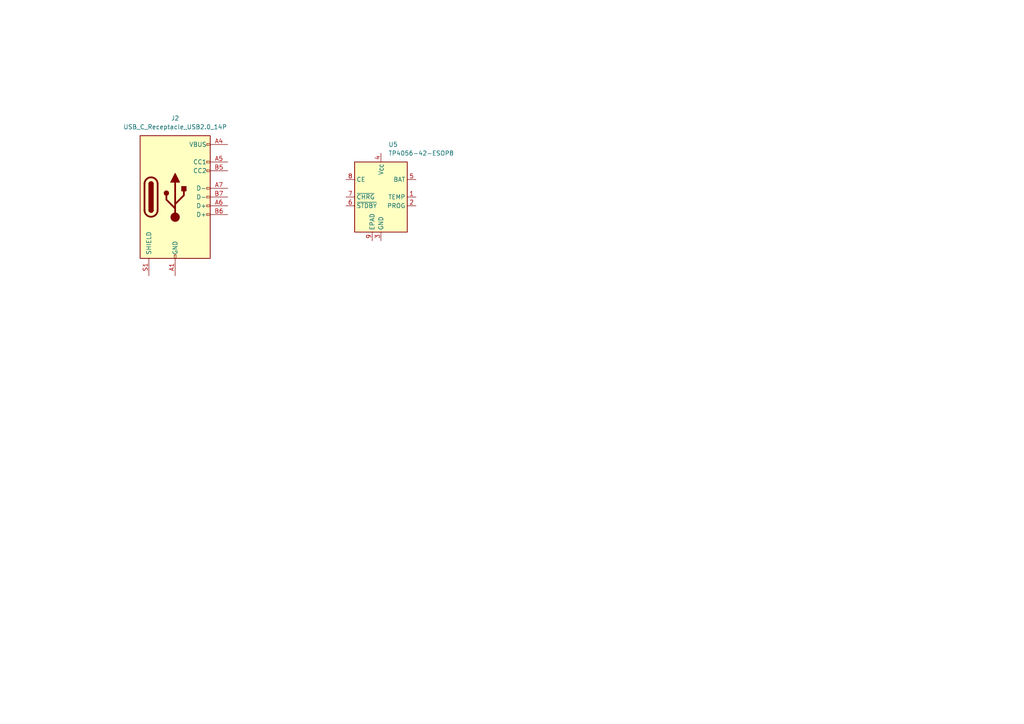
<source format=kicad_sch>
(kicad_sch
	(version 20250114)
	(generator "eeschema")
	(generator_version "9.0")
	(uuid "ca1f9249-c917-4764-aa1e-f5629ea1d684")
	(paper "A4")
	(lib_symbols
		(symbol "Battery_Management:TP4056-42-ESOP8"
			(exclude_from_sim no)
			(in_bom yes)
			(on_board yes)
			(property "Reference" "U"
				(at -6.604 11.684 0)
				(effects
					(font
						(size 1.27 1.27)
					)
				)
			)
			(property "Value" "TP4056-42-ESOP8"
				(at 10.16 11.684 0)
				(effects
					(font
						(size 1.27 1.27)
					)
				)
			)
			(property "Footprint" "Package_SO:SOIC-8-1EP_3.9x4.9mm_P1.27mm_EP2.41x3.3mm_ThermalVias"
				(at 0.508 -22.86 0)
				(effects
					(font
						(size 1.27 1.27)
					)
					(hide yes)
				)
			)
			(property "Datasheet" "https://www.lcsc.com/datasheet/lcsc_datasheet_2410121619_TOPPOWER-Nanjing-Extension-Microelectronics-TP4056-42-ESOP8_C16581.pdf"
				(at 0 -25.4 0)
				(effects
					(font
						(size 1.27 1.27)
					)
					(hide yes)
				)
			)
			(property "Description" "1A Standalone Linear Li-ion/LiPo single-cell battery charger, 4.2V ±1% charge voltage, VCC = 4.0..8.0V, SOIC-8 (SOP-8)"
				(at 0.508 -20.32 0)
				(effects
					(font
						(size 1.27 1.27)
					)
					(hide yes)
				)
			)
			(property "ki_keywords" "lithium-ion lithium-polymer Li-Poly"
				(at 0 0 0)
				(effects
					(font
						(size 1.27 1.27)
					)
					(hide yes)
				)
			)
			(property "ki_fp_filters" "*SO*3.9x4.*P1.27mm*EP2.4*x3.3*mm*"
				(at 0 0 0)
				(effects
					(font
						(size 1.27 1.27)
					)
					(hide yes)
				)
			)
			(symbol "TP4056-42-ESOP8_1_0"
				(pin input line
					(at -10.16 5.08 0)
					(length 2.54)
					(name "CE"
						(effects
							(font
								(size 1.27 1.27)
							)
						)
					)
					(number "8"
						(effects
							(font
								(size 1.27 1.27)
							)
						)
					)
				)
				(pin open_collector line
					(at -10.16 0 0)
					(length 2.54)
					(name "~{CHRG}"
						(effects
							(font
								(size 1.27 1.27)
							)
						)
					)
					(number "7"
						(effects
							(font
								(size 1.27 1.27)
							)
						)
					)
				)
				(pin open_collector line
					(at -10.16 -2.54 0)
					(length 2.54)
					(name "~{STDBY}"
						(effects
							(font
								(size 1.27 1.27)
							)
						)
					)
					(number "6"
						(effects
							(font
								(size 1.27 1.27)
							)
						)
					)
				)
				(pin passive line
					(at -2.54 -12.7 90)
					(length 2.54)
					(name "EPAD"
						(effects
							(font
								(size 1.27 1.27)
							)
						)
					)
					(number "9"
						(effects
							(font
								(size 1.27 1.27)
							)
						)
					)
				)
				(pin power_in line
					(at 0 12.7 270)
					(length 2.54)
					(name "V_{CC}"
						(effects
							(font
								(size 1.27 1.27)
							)
						)
					)
					(number "4"
						(effects
							(font
								(size 1.27 1.27)
							)
						)
					)
				)
				(pin power_in line
					(at 0 -12.7 90)
					(length 2.54)
					(name "GND"
						(effects
							(font
								(size 1.27 1.27)
							)
						)
					)
					(number "3"
						(effects
							(font
								(size 1.27 1.27)
							)
						)
					)
				)
				(pin power_out line
					(at 10.16 5.08 180)
					(length 2.54)
					(name "BAT"
						(effects
							(font
								(size 1.27 1.27)
							)
						)
					)
					(number "5"
						(effects
							(font
								(size 1.27 1.27)
							)
						)
					)
				)
				(pin input line
					(at 10.16 0 180)
					(length 2.54)
					(name "TEMP"
						(effects
							(font
								(size 1.27 1.27)
							)
						)
					)
					(number "1"
						(effects
							(font
								(size 1.27 1.27)
							)
						)
					)
				)
				(pin passive line
					(at 10.16 -2.54 180)
					(length 2.54)
					(name "PROG"
						(effects
							(font
								(size 1.27 1.27)
							)
						)
					)
					(number "2"
						(effects
							(font
								(size 1.27 1.27)
							)
						)
					)
				)
			)
			(symbol "TP4056-42-ESOP8_1_1"
				(rectangle
					(start -7.62 10.16)
					(end 7.62 -10.16)
					(stroke
						(width 0.254)
						(type default)
					)
					(fill
						(type background)
					)
				)
			)
			(embedded_fonts no)
		)
		(symbol "Connector:USB_C_Receptacle_USB2.0_14P"
			(pin_names
				(offset 1.016)
			)
			(exclude_from_sim no)
			(in_bom yes)
			(on_board yes)
			(property "Reference" "J"
				(at 0 22.225 0)
				(effects
					(font
						(size 1.27 1.27)
					)
				)
			)
			(property "Value" "USB_C_Receptacle_USB2.0_14P"
				(at 0 19.685 0)
				(effects
					(font
						(size 1.27 1.27)
					)
				)
			)
			(property "Footprint" ""
				(at 3.81 0 0)
				(effects
					(font
						(size 1.27 1.27)
					)
					(hide yes)
				)
			)
			(property "Datasheet" "https://www.usb.org/sites/default/files/documents/usb_type-c.zip"
				(at 3.81 0 0)
				(effects
					(font
						(size 1.27 1.27)
					)
					(hide yes)
				)
			)
			(property "Description" "USB 2.0-only 14P Type-C Receptacle connector"
				(at 0 0 0)
				(effects
					(font
						(size 1.27 1.27)
					)
					(hide yes)
				)
			)
			(property "ki_keywords" "usb universal serial bus type-C USB2.0"
				(at 0 0 0)
				(effects
					(font
						(size 1.27 1.27)
					)
					(hide yes)
				)
			)
			(property "ki_fp_filters" "USB*C*Receptacle*"
				(at 0 0 0)
				(effects
					(font
						(size 1.27 1.27)
					)
					(hide yes)
				)
			)
			(symbol "USB_C_Receptacle_USB2.0_14P_0_0"
				(rectangle
					(start -0.254 -17.78)
					(end 0.254 -16.764)
					(stroke
						(width 0)
						(type default)
					)
					(fill
						(type none)
					)
				)
				(rectangle
					(start 10.16 15.494)
					(end 9.144 14.986)
					(stroke
						(width 0)
						(type default)
					)
					(fill
						(type none)
					)
				)
				(rectangle
					(start 10.16 10.414)
					(end 9.144 9.906)
					(stroke
						(width 0)
						(type default)
					)
					(fill
						(type none)
					)
				)
				(rectangle
					(start 10.16 7.874)
					(end 9.144 7.366)
					(stroke
						(width 0)
						(type default)
					)
					(fill
						(type none)
					)
				)
				(rectangle
					(start 10.16 2.794)
					(end 9.144 2.286)
					(stroke
						(width 0)
						(type default)
					)
					(fill
						(type none)
					)
				)
				(rectangle
					(start 10.16 0.254)
					(end 9.144 -0.254)
					(stroke
						(width 0)
						(type default)
					)
					(fill
						(type none)
					)
				)
				(rectangle
					(start 10.16 -2.286)
					(end 9.144 -2.794)
					(stroke
						(width 0)
						(type default)
					)
					(fill
						(type none)
					)
				)
				(rectangle
					(start 10.16 -4.826)
					(end 9.144 -5.334)
					(stroke
						(width 0)
						(type default)
					)
					(fill
						(type none)
					)
				)
			)
			(symbol "USB_C_Receptacle_USB2.0_14P_0_1"
				(rectangle
					(start -10.16 17.78)
					(end 10.16 -17.78)
					(stroke
						(width 0.254)
						(type default)
					)
					(fill
						(type background)
					)
				)
				(polyline
					(pts
						(xy -8.89 -3.81) (xy -8.89 3.81)
					)
					(stroke
						(width 0.508)
						(type default)
					)
					(fill
						(type none)
					)
				)
				(rectangle
					(start -7.62 -3.81)
					(end -6.35 3.81)
					(stroke
						(width 0.254)
						(type default)
					)
					(fill
						(type outline)
					)
				)
				(arc
					(start -7.62 3.81)
					(mid -6.985 4.4423)
					(end -6.35 3.81)
					(stroke
						(width 0.254)
						(type default)
					)
					(fill
						(type none)
					)
				)
				(arc
					(start -7.62 3.81)
					(mid -6.985 4.4423)
					(end -6.35 3.81)
					(stroke
						(width 0.254)
						(type default)
					)
					(fill
						(type outline)
					)
				)
				(arc
					(start -8.89 3.81)
					(mid -6.985 5.7067)
					(end -5.08 3.81)
					(stroke
						(width 0.508)
						(type default)
					)
					(fill
						(type none)
					)
				)
				(arc
					(start -5.08 -3.81)
					(mid -6.985 -5.7067)
					(end -8.89 -3.81)
					(stroke
						(width 0.508)
						(type default)
					)
					(fill
						(type none)
					)
				)
				(arc
					(start -6.35 -3.81)
					(mid -6.985 -4.4423)
					(end -7.62 -3.81)
					(stroke
						(width 0.254)
						(type default)
					)
					(fill
						(type none)
					)
				)
				(arc
					(start -6.35 -3.81)
					(mid -6.985 -4.4423)
					(end -7.62 -3.81)
					(stroke
						(width 0.254)
						(type default)
					)
					(fill
						(type outline)
					)
				)
				(polyline
					(pts
						(xy -5.08 3.81) (xy -5.08 -3.81)
					)
					(stroke
						(width 0.508)
						(type default)
					)
					(fill
						(type none)
					)
				)
				(circle
					(center -2.54 1.143)
					(radius 0.635)
					(stroke
						(width 0.254)
						(type default)
					)
					(fill
						(type outline)
					)
				)
				(polyline
					(pts
						(xy -1.27 4.318) (xy 0 6.858) (xy 1.27 4.318) (xy -1.27 4.318)
					)
					(stroke
						(width 0.254)
						(type default)
					)
					(fill
						(type outline)
					)
				)
				(polyline
					(pts
						(xy 0 -2.032) (xy 2.54 0.508) (xy 2.54 1.778)
					)
					(stroke
						(width 0.508)
						(type default)
					)
					(fill
						(type none)
					)
				)
				(polyline
					(pts
						(xy 0 -3.302) (xy -2.54 -0.762) (xy -2.54 0.508)
					)
					(stroke
						(width 0.508)
						(type default)
					)
					(fill
						(type none)
					)
				)
				(polyline
					(pts
						(xy 0 -5.842) (xy 0 4.318)
					)
					(stroke
						(width 0.508)
						(type default)
					)
					(fill
						(type none)
					)
				)
				(circle
					(center 0 -5.842)
					(radius 1.27)
					(stroke
						(width 0)
						(type default)
					)
					(fill
						(type outline)
					)
				)
				(rectangle
					(start 1.905 1.778)
					(end 3.175 3.048)
					(stroke
						(width 0.254)
						(type default)
					)
					(fill
						(type outline)
					)
				)
			)
			(symbol "USB_C_Receptacle_USB2.0_14P_1_1"
				(pin passive line
					(at -7.62 -22.86 90)
					(length 5.08)
					(name "SHIELD"
						(effects
							(font
								(size 1.27 1.27)
							)
						)
					)
					(number "S1"
						(effects
							(font
								(size 1.27 1.27)
							)
						)
					)
				)
				(pin passive line
					(at 0 -22.86 90)
					(length 5.08)
					(name "GND"
						(effects
							(font
								(size 1.27 1.27)
							)
						)
					)
					(number "A1"
						(effects
							(font
								(size 1.27 1.27)
							)
						)
					)
				)
				(pin passive line
					(at 0 -22.86 90)
					(length 5.08)
					(hide yes)
					(name "GND"
						(effects
							(font
								(size 1.27 1.27)
							)
						)
					)
					(number "A12"
						(effects
							(font
								(size 1.27 1.27)
							)
						)
					)
				)
				(pin passive line
					(at 0 -22.86 90)
					(length 5.08)
					(hide yes)
					(name "GND"
						(effects
							(font
								(size 1.27 1.27)
							)
						)
					)
					(number "B1"
						(effects
							(font
								(size 1.27 1.27)
							)
						)
					)
				)
				(pin passive line
					(at 0 -22.86 90)
					(length 5.08)
					(hide yes)
					(name "GND"
						(effects
							(font
								(size 1.27 1.27)
							)
						)
					)
					(number "B12"
						(effects
							(font
								(size 1.27 1.27)
							)
						)
					)
				)
				(pin passive line
					(at 15.24 15.24 180)
					(length 5.08)
					(name "VBUS"
						(effects
							(font
								(size 1.27 1.27)
							)
						)
					)
					(number "A4"
						(effects
							(font
								(size 1.27 1.27)
							)
						)
					)
				)
				(pin passive line
					(at 15.24 15.24 180)
					(length 5.08)
					(hide yes)
					(name "VBUS"
						(effects
							(font
								(size 1.27 1.27)
							)
						)
					)
					(number "A9"
						(effects
							(font
								(size 1.27 1.27)
							)
						)
					)
				)
				(pin passive line
					(at 15.24 15.24 180)
					(length 5.08)
					(hide yes)
					(name "VBUS"
						(effects
							(font
								(size 1.27 1.27)
							)
						)
					)
					(number "B4"
						(effects
							(font
								(size 1.27 1.27)
							)
						)
					)
				)
				(pin passive line
					(at 15.24 15.24 180)
					(length 5.08)
					(hide yes)
					(name "VBUS"
						(effects
							(font
								(size 1.27 1.27)
							)
						)
					)
					(number "B9"
						(effects
							(font
								(size 1.27 1.27)
							)
						)
					)
				)
				(pin bidirectional line
					(at 15.24 10.16 180)
					(length 5.08)
					(name "CC1"
						(effects
							(font
								(size 1.27 1.27)
							)
						)
					)
					(number "A5"
						(effects
							(font
								(size 1.27 1.27)
							)
						)
					)
				)
				(pin bidirectional line
					(at 15.24 7.62 180)
					(length 5.08)
					(name "CC2"
						(effects
							(font
								(size 1.27 1.27)
							)
						)
					)
					(number "B5"
						(effects
							(font
								(size 1.27 1.27)
							)
						)
					)
				)
				(pin bidirectional line
					(at 15.24 2.54 180)
					(length 5.08)
					(name "D-"
						(effects
							(font
								(size 1.27 1.27)
							)
						)
					)
					(number "A7"
						(effects
							(font
								(size 1.27 1.27)
							)
						)
					)
				)
				(pin bidirectional line
					(at 15.24 0 180)
					(length 5.08)
					(name "D-"
						(effects
							(font
								(size 1.27 1.27)
							)
						)
					)
					(number "B7"
						(effects
							(font
								(size 1.27 1.27)
							)
						)
					)
				)
				(pin bidirectional line
					(at 15.24 -2.54 180)
					(length 5.08)
					(name "D+"
						(effects
							(font
								(size 1.27 1.27)
							)
						)
					)
					(number "A6"
						(effects
							(font
								(size 1.27 1.27)
							)
						)
					)
				)
				(pin bidirectional line
					(at 15.24 -5.08 180)
					(length 5.08)
					(name "D+"
						(effects
							(font
								(size 1.27 1.27)
							)
						)
					)
					(number "B6"
						(effects
							(font
								(size 1.27 1.27)
							)
						)
					)
				)
			)
			(embedded_fonts no)
		)
	)
	(symbol
		(lib_id "Connector:USB_C_Receptacle_USB2.0_14P")
		(at 50.8 57.15 0)
		(unit 1)
		(exclude_from_sim no)
		(in_bom yes)
		(on_board yes)
		(dnp no)
		(fields_autoplaced yes)
		(uuid "2f96672f-fe2d-4b89-a607-b57fbcfcf166")
		(property "Reference" "J2"
			(at 50.8 34.29 0)
			(effects
				(font
					(size 1.27 1.27)
				)
			)
		)
		(property "Value" "USB_C_Receptacle_USB2.0_14P"
			(at 50.8 36.83 0)
			(effects
				(font
					(size 1.27 1.27)
				)
			)
		)
		(property "Footprint" ""
			(at 54.61 57.15 0)
			(effects
				(font
					(size 1.27 1.27)
				)
				(hide yes)
			)
		)
		(property "Datasheet" "https://www.usb.org/sites/default/files/documents/usb_type-c.zip"
			(at 54.61 57.15 0)
			(effects
				(font
					(size 1.27 1.27)
				)
				(hide yes)
			)
		)
		(property "Description" "USB 2.0-only 14P Type-C Receptacle connector"
			(at 50.8 57.15 0)
			(effects
				(font
					(size 1.27 1.27)
				)
				(hide yes)
			)
		)
		(pin "B4"
			(uuid "e9f796d8-8feb-4621-b43f-fe61e4fe9485")
		)
		(pin "B1"
			(uuid "fedc504e-bd5c-4af2-8154-6201e15b6a5c")
		)
		(pin "A1"
			(uuid "c41a27d6-e26b-4bf0-893f-3817c623b1bb")
		)
		(pin "B12"
			(uuid "85f64d1c-bade-4e1a-a6a9-b599378208de")
		)
		(pin "A12"
			(uuid "08b2b4de-ecb1-4db0-a120-2060a832c030")
		)
		(pin "S1"
			(uuid "23acc89a-22c7-4eb5-904e-e5e9ff11e691")
		)
		(pin "A4"
			(uuid "4ea73f50-bf48-43dc-959b-40ff258c00bb")
		)
		(pin "A9"
			(uuid "a749611d-16c2-4a39-a223-bd3318417366")
		)
		(pin "B5"
			(uuid "9caca328-8d0c-48ae-80e7-41aea1ca761e")
		)
		(pin "A7"
			(uuid "337435c3-e748-4483-b4b2-20521b507557")
		)
		(pin "B9"
			(uuid "3d728d14-02d0-465a-956e-e7c71f142562")
		)
		(pin "B7"
			(uuid "ec5ba6f2-6acb-40b5-8214-a785690a715b")
		)
		(pin "B6"
			(uuid "ceda8e0e-bb0c-49af-97a2-211c656806f9")
		)
		(pin "A6"
			(uuid "a3b59f91-9043-46c5-b5be-178960beac8a")
		)
		(pin "A5"
			(uuid "2baa5d6b-c98b-4cd6-84b6-95e413095496")
		)
		(instances
			(project ""
				(path "/c4efff12-85e2-44e2-824e-19aef1bbe23a/f8c831c5-e93d-432f-baf6-a55c643883bd"
					(reference "J2")
					(unit 1)
				)
			)
		)
	)
	(symbol
		(lib_id "Battery_Management:TP4056-42-ESOP8")
		(at 110.49 57.15 0)
		(unit 1)
		(exclude_from_sim no)
		(in_bom yes)
		(on_board yes)
		(dnp no)
		(fields_autoplaced yes)
		(uuid "5cd15c82-f97b-467f-b305-253e90cc2b88")
		(property "Reference" "U5"
			(at 112.6333 41.91 0)
			(effects
				(font
					(size 1.27 1.27)
				)
				(justify left)
			)
		)
		(property "Value" "TP4056-42-ESOP8"
			(at 112.6333 44.45 0)
			(effects
				(font
					(size 1.27 1.27)
				)
				(justify left)
			)
		)
		(property "Footprint" "Package_SO:SOIC-8-1EP_3.9x4.9mm_P1.27mm_EP2.41x3.3mm_ThermalVias"
			(at 110.998 80.01 0)
			(effects
				(font
					(size 1.27 1.27)
				)
				(hide yes)
			)
		)
		(property "Datasheet" "https://www.lcsc.com/datasheet/lcsc_datasheet_2410121619_TOPPOWER-Nanjing-Extension-Microelectronics-TP4056-42-ESOP8_C16581.pdf"
			(at 110.49 82.55 0)
			(effects
				(font
					(size 1.27 1.27)
				)
				(hide yes)
			)
		)
		(property "Description" "1A Standalone Linear Li-ion/LiPo single-cell battery charger, 4.2V ±1% charge voltage, VCC = 4.0..8.0V, SOIC-8 (SOP-8)"
			(at 110.998 77.47 0)
			(effects
				(font
					(size 1.27 1.27)
				)
				(hide yes)
			)
		)
		(pin "8"
			(uuid "67876d01-d8a7-468b-bc7a-11043269614f")
		)
		(pin "1"
			(uuid "df4aa3c1-4e63-4356-9a36-159a8e36cee0")
		)
		(pin "6"
			(uuid "cd97eb6c-3905-4052-a015-58aabd592f77")
		)
		(pin "4"
			(uuid "d44f0c36-58a4-4136-ba94-146779fbd21d")
		)
		(pin "2"
			(uuid "17c8769d-c839-4dc4-8a13-223c11c544f8")
		)
		(pin "7"
			(uuid "cc486832-1f2e-46f5-8b04-de2a0a5c3778")
		)
		(pin "3"
			(uuid "b2fde42c-29a5-47ad-b229-0c086cdbd720")
		)
		(pin "9"
			(uuid "fc8eb8a1-2ea6-4c1c-88bd-f34a0b2c3fae")
		)
		(pin "5"
			(uuid "85b63e81-e9e3-4b46-a442-1b51185d125f")
		)
		(instances
			(project "Handheld"
				(path "/c4efff12-85e2-44e2-824e-19aef1bbe23a/f8c831c5-e93d-432f-baf6-a55c643883bd"
					(reference "U5")
					(unit 1)
				)
			)
		)
	)
)

</source>
